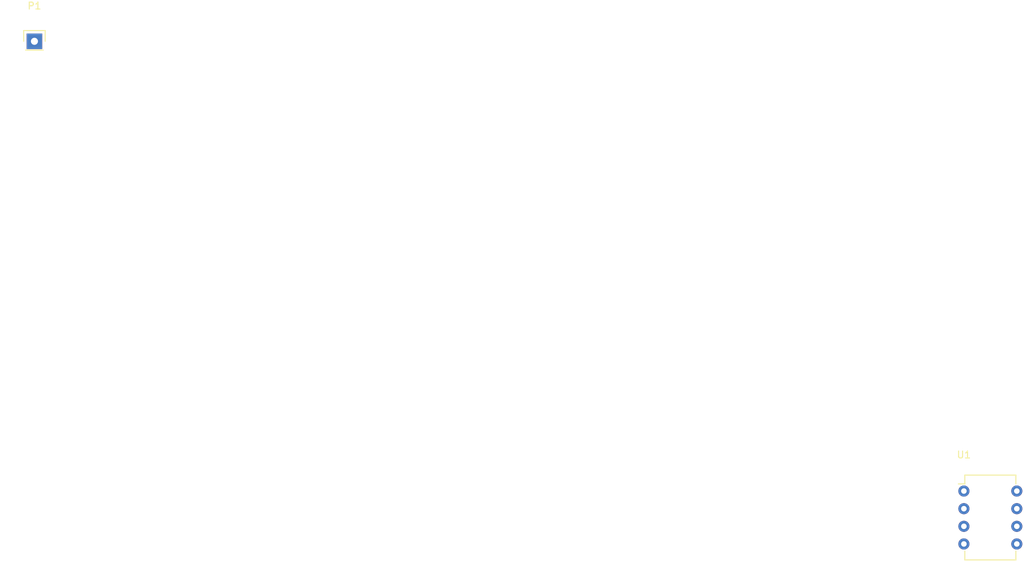
<source format=kicad_pcb>
(kicad_pcb (version 4) (host pcbnew 4.0.5+dfsg1-4~bpo8+1)

  (general
    (links 1)
    (no_connects 1)
    (area 0 0 0 0)
    (thickness 1.6)
    (drawings 0)
    (tracks 0)
    (zones 0)
    (modules 2)
    (nets 8)
  )

  (page A4)
  (layers
    (0 F.Cu signal)
    (31 B.Cu signal)
    (32 B.Adhes user)
    (33 F.Adhes user)
    (34 B.Paste user)
    (35 F.Paste user)
    (36 B.SilkS user)
    (37 F.SilkS user)
    (38 B.Mask user)
    (39 F.Mask user)
    (40 Dwgs.User user)
    (41 Cmts.User user)
    (42 Eco1.User user)
    (43 Eco2.User user)
    (44 Edge.Cuts user)
    (45 Margin user)
    (46 B.CrtYd user)
    (47 F.CrtYd user)
    (48 B.Fab user)
    (49 F.Fab user)
  )

  (setup
    (last_trace_width 0.25)
    (trace_clearance 0.2)
    (zone_clearance 0.508)
    (zone_45_only no)
    (trace_min 0.2)
    (segment_width 0.2)
    (edge_width 0.15)
    (via_size 0.6)
    (via_drill 0.4)
    (via_min_size 0.4)
    (via_min_drill 0.3)
    (uvia_size 0.3)
    (uvia_drill 0.1)
    (uvias_allowed no)
    (uvia_min_size 0.2)
    (uvia_min_drill 0.1)
    (pcb_text_width 0.3)
    (pcb_text_size 1.5 1.5)
    (mod_edge_width 0.15)
    (mod_text_size 1 1)
    (mod_text_width 0.15)
    (pad_size 1.524 1.524)
    (pad_drill 0.762)
    (pad_to_mask_clearance 0.2)
    (aux_axis_origin 0 0)
    (visible_elements 7FFFFFFF)
    (pcbplotparams
      (layerselection 0x00030_80000001)
      (usegerberextensions false)
      (excludeedgelayer true)
      (linewidth 0.100000)
      (plotframeref false)
      (viasonmask false)
      (mode 1)
      (useauxorigin false)
      (hpglpennumber 1)
      (hpglpenspeed 20)
      (hpglpendiameter 15)
      (hpglpenoverlay 2)
      (psnegative false)
      (psa4output false)
      (plotreference true)
      (plotvalue true)
      (plotinvisibletext false)
      (padsonsilk false)
      (subtractmaskfromsilk false)
      (outputformat 1)
      (mirror false)
      (drillshape 1)
      (scaleselection 1)
      (outputdirectory ""))
  )

  (net 0 "")
  (net 1 "Net-(U1-Pad1)")
  (net 2 "Net-(U1-Pad2)")
  (net 3 "Net-(U1-Pad3)")
  (net 4 "Net-(U1-Pad4)")
  (net 5 "Net-(U1-Pad5)")
  (net 6 "Net-(U1-Pad7)")
  (net 7 /TEST_THING)

  (net_class Default "This is the default net class."
    (clearance 0.2)
    (trace_width 0.25)
    (via_dia 0.6)
    (via_drill 0.4)
    (uvia_dia 0.3)
    (uvia_drill 0.1)
    (add_net /TEST_THING)
    (add_net "Net-(U1-Pad1)")
    (add_net "Net-(U1-Pad2)")
    (add_net "Net-(U1-Pad3)")
    (add_net "Net-(U1-Pad4)")
    (add_net "Net-(U1-Pad5)")
    (add_net "Net-(U1-Pad7)")
  )

  (module Housings_DIP:DIP-8_W7.62mm (layer F.Cu) (tedit 54130A77) (tstamp 5968E787)
    (at 133.858 64.77)
    (descr "8-lead dip package, row spacing 7.62 mm (300 mils)")
    (tags "dil dip 2.54 300")
    (path /5968EA2C)
    (fp_text reference U1 (at 0 -5.22) (layer F.SilkS)
      (effects (font (size 1 1) (thickness 0.15)))
    )
    (fp_text value LM741 (at 0 -3.72) (layer F.Fab)
      (effects (font (size 1 1) (thickness 0.15)))
    )
    (fp_line (start -1.05 -2.45) (end -1.05 10.1) (layer F.CrtYd) (width 0.05))
    (fp_line (start 8.65 -2.45) (end 8.65 10.1) (layer F.CrtYd) (width 0.05))
    (fp_line (start -1.05 -2.45) (end 8.65 -2.45) (layer F.CrtYd) (width 0.05))
    (fp_line (start -1.05 10.1) (end 8.65 10.1) (layer F.CrtYd) (width 0.05))
    (fp_line (start 0.135 -2.295) (end 0.135 -1.025) (layer F.SilkS) (width 0.15))
    (fp_line (start 7.485 -2.295) (end 7.485 -1.025) (layer F.SilkS) (width 0.15))
    (fp_line (start 7.485 9.915) (end 7.485 8.645) (layer F.SilkS) (width 0.15))
    (fp_line (start 0.135 9.915) (end 0.135 8.645) (layer F.SilkS) (width 0.15))
    (fp_line (start 0.135 -2.295) (end 7.485 -2.295) (layer F.SilkS) (width 0.15))
    (fp_line (start 0.135 9.915) (end 7.485 9.915) (layer F.SilkS) (width 0.15))
    (fp_line (start 0.135 -1.025) (end -0.8 -1.025) (layer F.SilkS) (width 0.15))
    (pad 1 thru_hole oval (at 0 0) (size 1.6 1.6) (drill 0.8) (layers *.Cu *.Mask)
      (net 1 "Net-(U1-Pad1)"))
    (pad 2 thru_hole oval (at 0 2.54) (size 1.6 1.6) (drill 0.8) (layers *.Cu *.Mask)
      (net 2 "Net-(U1-Pad2)"))
    (pad 3 thru_hole oval (at 0 5.08) (size 1.6 1.6) (drill 0.8) (layers *.Cu *.Mask)
      (net 3 "Net-(U1-Pad3)"))
    (pad 4 thru_hole oval (at 0 7.62) (size 1.6 1.6) (drill 0.8) (layers *.Cu *.Mask)
      (net 4 "Net-(U1-Pad4)"))
    (pad 5 thru_hole oval (at 7.62 7.62) (size 1.6 1.6) (drill 0.8) (layers *.Cu *.Mask)
      (net 5 "Net-(U1-Pad5)"))
    (pad 6 thru_hole oval (at 7.62 5.08) (size 1.6 1.6) (drill 0.8) (layers *.Cu *.Mask)
      (net 7 /TEST_THING))
    (pad 7 thru_hole oval (at 7.62 2.54) (size 1.6 1.6) (drill 0.8) (layers *.Cu *.Mask)
      (net 6 "Net-(U1-Pad7)"))
    (pad 8 thru_hole oval (at 7.62 0) (size 1.6 1.6) (drill 0.8) (layers *.Cu *.Mask))
    (model Housings_DIP.3dshapes/DIP-8_W7.62mm.wrl
      (at (xyz 0 0 0))
      (scale (xyz 1 1 1))
      (rotate (xyz 0 0 0))
    )
  )

  (module Pin_Headers:Pin_Header_Straight_1x01 (layer F.Cu) (tedit 54EA08DC) (tstamp 5968E9FE)
    (at 0 0)
    (descr "Through hole pin header")
    (tags "pin header")
    (path /5968E96B)
    (fp_text reference P1 (at 0 -5.1) (layer F.SilkS)
      (effects (font (size 1 1) (thickness 0.15)))
    )
    (fp_text value CONN_01X01 (at 0 -3.1) (layer F.Fab)
      (effects (font (size 1 1) (thickness 0.15)))
    )
    (fp_line (start 1.55 -1.55) (end 1.55 0) (layer F.SilkS) (width 0.15))
    (fp_line (start -1.75 -1.75) (end -1.75 1.75) (layer F.CrtYd) (width 0.05))
    (fp_line (start 1.75 -1.75) (end 1.75 1.75) (layer F.CrtYd) (width 0.05))
    (fp_line (start -1.75 -1.75) (end 1.75 -1.75) (layer F.CrtYd) (width 0.05))
    (fp_line (start -1.75 1.75) (end 1.75 1.75) (layer F.CrtYd) (width 0.05))
    (fp_line (start -1.55 0) (end -1.55 -1.55) (layer F.SilkS) (width 0.15))
    (fp_line (start -1.55 -1.55) (end 1.55 -1.55) (layer F.SilkS) (width 0.15))
    (fp_line (start -1.27 1.27) (end 1.27 1.27) (layer F.SilkS) (width 0.15))
    (pad 1 thru_hole rect (at 0 0) (size 2.2352 2.2352) (drill 1.016) (layers *.Cu *.Mask)
      (net 7 /TEST_THING))
    (model Pin_Headers.3dshapes/Pin_Header_Straight_1x01.wrl
      (at (xyz 0 0 0))
      (scale (xyz 1 1 1))
      (rotate (xyz 0 0 90))
    )
  )

)

</source>
